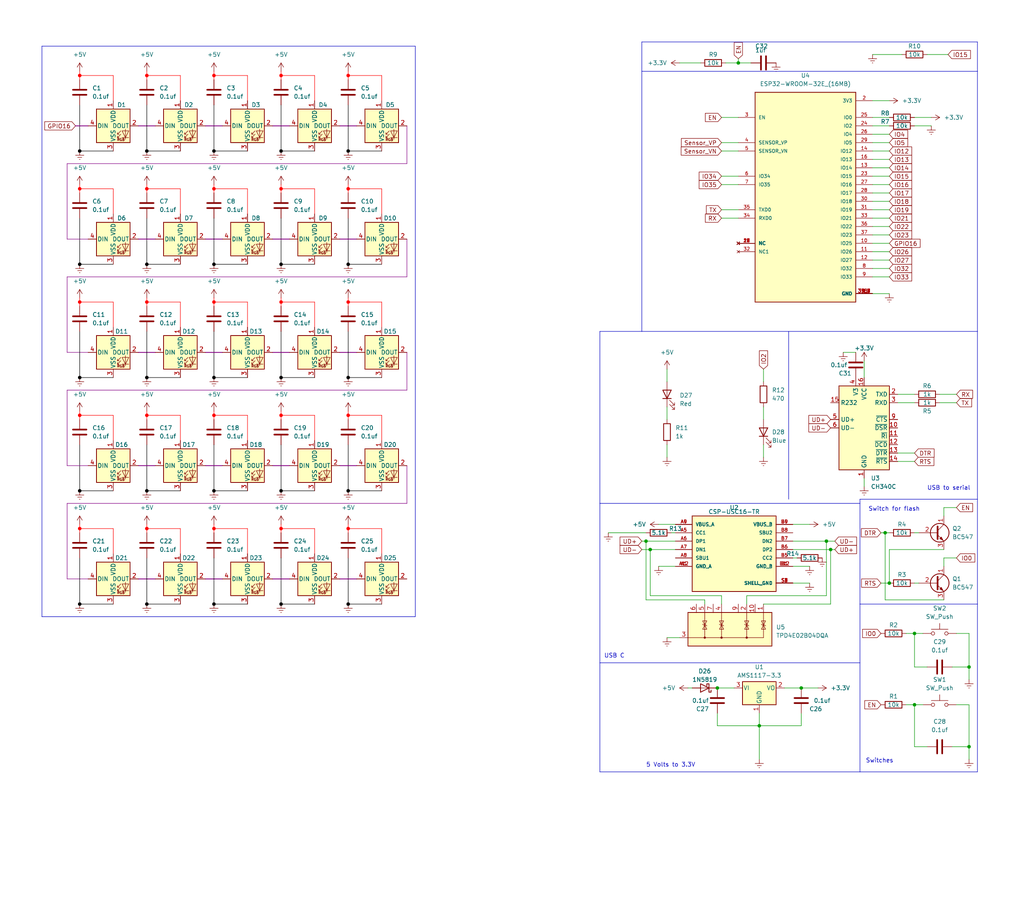
<source format=kicad_sch>
(kicad_sch (version 20230121) (generator eeschema)
  (paper "User" 310.007 279.4)
  (title_block (title "ESP32-LED Test") (date "28.01.23") (rev "1") (company "Coniass"))
  (junction (at 64.77 91.44) (color 255 0 0 1))
  (junction (at 267.97 161.29))
  (junction (at 24.13 182.88) (color 0 0 0 1))
  (junction (at 105.41 45.72) (color 0 0 0 1))
  (junction (at 229.87 219.71))
  (junction (at 85.09 160.02) (color 255 0 0 1))
  (junction (at 24.13 125.73) (color 255 0 0 1))
  (junction (at 276.86 191.77))
  (junction (at 44.45 148.59) (color 0 0 0 1))
  (junction (at 105.41 114.3) (color 0 0 0 1))
  (junction (at 269.24 176.53))
  (junction (at 44.45 80.01) (color 0 0 0 1))
  (junction (at 44.45 114.3) (color 0 0 0 1))
  (junction (at 242.57 208.28))
  (junction (at 105.41 80.01) (color 0 0 0 1))
  (junction (at 293.37 201.93))
  (junction (at 85.09 80.01) (color 0 0 0 1))
  (junction (at 105.41 148.59) (color 0 0 0 1))
  (junction (at 44.45 57.15) (color 255 0 0 1))
  (junction (at 24.13 91.44) (color 255 0 0 1))
  (junction (at 105.41 182.88) (color 0 0 0 1))
  (junction (at 250.19 163.83))
  (junction (at 44.45 182.88) (color 0 0 0 1))
  (junction (at 293.37 226.06))
  (junction (at 24.13 114.3) (color 0 0 0 1))
  (junction (at 24.13 80.01) (color 0 0 0 1))
  (junction (at 85.09 114.3) (color 0 0 0 1))
  (junction (at 44.45 160.02) (color 255 0 0 1))
  (junction (at 105.41 22.86) (color 255 0 0 1))
  (junction (at 196.85 166.37))
  (junction (at 217.17 208.28))
  (junction (at 105.41 91.44) (color 255 0 0 1))
  (junction (at 64.77 22.86) (color 255 0 0 1))
  (junction (at 85.09 125.73) (color 255 0 0 1))
  (junction (at 24.13 45.72) (color 0 0 0 1))
  (junction (at 85.09 57.15) (color 255 0 0 1))
  (junction (at 64.77 125.73) (color 255 0 0 1))
  (junction (at 64.77 148.59) (color 0 0 0 1))
  (junction (at 85.09 91.44) (color 255 0 0 1))
  (junction (at 64.77 57.15) (color 255 0 0 1))
  (junction (at 24.13 148.59) (color 0 0 0 1))
  (junction (at 195.58 163.83))
  (junction (at 105.41 57.15) (color 255 0 0 1))
  (junction (at 44.45 125.73) (color 255 0 0 1))
  (junction (at 44.45 45.72) (color 0 0 0 1))
  (junction (at 105.41 125.73) (color 255 0 0 1))
  (junction (at 64.77 45.72) (color 0 0 0 1))
  (junction (at 24.13 160.02) (color 255 0 0 1))
  (junction (at 64.77 160.02) (color 255 0 0 1))
  (junction (at 44.45 22.86) (color 255 0 0 1))
  (junction (at 223.52 19.05))
  (junction (at 24.13 22.86) (color 255 0 0 1))
  (junction (at 251.46 166.37))
  (junction (at 85.09 45.72) (color 0 0 0 1))
  (junction (at 24.13 57.15) (color 255 0 0 1))
  (junction (at 64.77 182.88) (color 0 0 0 1))
  (junction (at 105.41 160.02) (color 255 0 0 1))
  (junction (at 44.45 91.44) (color 255 0 0 1))
  (junction (at 85.09 148.59) (color 0 0 0 1))
  (junction (at 64.77 114.3) (color 0 0 0 1))
  (junction (at 276.86 213.36))
  (junction (at 64.77 80.01) (color 0 0 0 1))
  (junction (at 85.09 22.86) (color 255 0 0 1))
  (junction (at 85.09 182.88) (color 0 0 0 1))
  (wire (pts (xy 218.44 182.88) (xy 218.44 180.34)))
  (wire (pts (xy 64.77 66.04) (xy 64.77 80.01)) (stroke (width 0) (color 0 0 0 1)))
  (wire (pts (xy 44.45 168.91) (xy 44.45 182.88)) (stroke (width 0) (color 0 0 0 1)))
  (wire (pts (xy 20.32 140.97) (xy 26.67 140.97)) (stroke (width 0) (color 132 0 132 1)))
  (wire (pts (xy 212.09 19.05) (xy 205.74 19.05)))
  (wire (pts (xy 85.09 182.88) (xy 95.25 182.88)) (stroke (width 0) (color 0 0 0 1)))
  (wire (pts (xy 44.45 160.02) (xy 54.61 160.02)) (stroke (width 0) (color 255 0 0 1)))
  (wire (pts (xy 218.44 55.88) (xy 223.52 55.88)))
  (wire (pts (xy 264.16 35.56) (xy 269.24 35.56)))
  (wire (pts (xy 280.67 16.51) (xy 287.02 16.51)))
  (wire (pts (xy 24.13 114.3) (xy 34.29 114.3)) (stroke (width 0) (color 0 0 0 1)))
  (wire (pts (xy 264.16 76.2) (xy 269.24 76.2)))
  (wire (pts (xy 229.87 219.71) (xy 229.87 215.9)))
  (wire (pts (xy 217.17 219.71) (xy 229.87 219.71)))
  (wire (pts (xy 24.13 57.15) (xy 24.13 58.42)) (stroke (width 0) (color 255 0 0 1)))
  (wire (pts (xy 44.45 91.44) (xy 44.45 92.71)) (stroke (width 0) (color 255 0 0 1)))
  (wire (pts (xy 115.57 125.73) (xy 115.57 133.35)) (stroke (width 0) (color 255 0 0 1)))
  (wire (pts (xy 123.19 83.82) (xy 20.32 83.82)) (stroke (width 0) (color 132 0 132 1)))
  (wire (pts (xy 247.65 208.28) (xy 242.57 208.28)))
  (polyline (pts (xy 260.35 152.4) (xy 181.61 152.4)))
  (wire (pts (xy 85.09 91.44) (xy 95.25 91.44)) (stroke (width 0) (color 255 0 0 1)))
  (wire (pts (xy 85.09 45.72) (xy 95.25 45.72)) (stroke (width 0) (color 0 0 0 1)))
  (wire (pts (xy 20.32 175.26) (xy 26.67 175.26)) (stroke (width 0) (color 132 0 132 1)))
  (wire (pts (xy 105.41 125.73) (xy 105.41 127)) (stroke (width 0) (color 255 0 0 1)))
  (wire (pts (xy 264.16 78.74) (xy 269.24 78.74)))
  (wire (pts (xy 82.55 38.1) (xy 87.63 38.1)) (stroke (width 0.25) (color 132 0 132 1)))
  (polyline (pts (xy 295.91 21.59) (xy 295.91 100.33)))
  (wire (pts (xy 64.77 80.01) (xy 74.93 80.01)) (stroke (width 0) (color 0 0 0 1)))
  (polyline (pts (xy 194.31 12.7) (xy 295.91 12.7)))
  (wire (pts (xy 264.16 30.48) (xy 269.24 30.48)))
  (polyline (pts (xy 295.91 12.7) (xy 295.91 21.59)))
  (wire (pts (xy 293.37 191.77) (xy 293.37 201.93)))
  (wire (pts (xy 102.87 140.97) (xy 107.95 140.97)) (stroke (width 0.25) (color 132 0 132 1)))
  (wire (pts (xy 85.09 22.86) (xy 95.25 22.86)) (stroke (width 0) (color 255 0 0 1)))
  (wire (pts (xy 264.16 48.26) (xy 269.24 48.26)))
  (wire (pts (xy 64.77 91.44) (xy 74.93 91.44)) (stroke (width 0) (color 255 0 0 1)))
  (wire (pts (xy 266.7 161.29) (xy 267.97 161.29)))
  (wire (pts (xy 123.19 49.53) (xy 20.32 49.53)) (stroke (width 0) (color 132 0 132 1)))
  (wire (pts (xy 105.41 158.75) (xy 105.41 160.02)) (stroke (width 0) (color 255 0 0 1)))
  (wire (pts (xy 123.19 140.97) (xy 123.19 152.4)) (stroke (width 0) (color 132 0 132 1)))
  (wire (pts (xy 85.09 114.3) (xy 95.25 114.3)) (stroke (width 0) (color 0 0 0 1)))
  (wire (pts (xy 22.86 38.1) (xy 26.67 38.1)) (stroke (width 0.25) (color 132 0 132 1)))
  (wire (pts (xy 229.87 229.87) (xy 229.87 219.71)))
  (polyline (pts (xy 295.91 151.13) (xy 295.91 182.88)))
  (wire (pts (xy 264.16 63.5) (xy 269.24 63.5)))
  (wire (pts (xy 95.25 57.15) (xy 95.25 64.77)) (stroke (width 0) (color 255 0 0 1)))
  (wire (pts (xy 24.13 22.86) (xy 24.13 24.13)) (stroke (width 0) (color 255 0 0 1)))
  (wire (pts (xy 213.36 181.61) (xy 195.58 181.61)))
  (wire (pts (xy 64.77 90.17) (xy 64.77 91.44)) (stroke (width 0) (color 255 0 0 1)))
  (polyline (pts (xy 260.35 233.68) (xy 295.91 233.68)))
  (wire (pts (xy 199.39 158.75) (xy 204.47 158.75)))
  (wire (pts (xy 105.41 168.91) (xy 105.41 182.88)) (stroke (width 0) (color 0 0 0 1)))
  (wire (pts (xy 284.48 121.92) (xy 289.56 121.92)))
  (wire (pts (xy 24.13 160.02) (xy 34.29 160.02)) (stroke (width 0) (color 255 0 0 1)))
  (wire (pts (xy 20.32 118.11) (xy 20.32 140.97)) (stroke (width 0) (color 132 0 132 1)))
  (wire (pts (xy 289.56 191.77) (xy 293.37 191.77)))
  (wire (pts (xy 105.41 125.73) (xy 115.57 125.73)) (stroke (width 0) (color 255 0 0 1)))
  (wire (pts (xy 54.61 91.44) (xy 54.61 99.06)) (stroke (width 0) (color 255 0 0 1)))
  (wire (pts (xy 85.09 91.44) (xy 85.09 92.71)) (stroke (width 0) (color 255 0 0 1)))
  (wire (pts (xy 62.23 175.26) (xy 67.31 175.26)) (stroke (width 0.25) (color 132 0 132 1)))
  (wire (pts (xy 251.46 166.37) (xy 251.46 182.88)))
  (wire (pts (xy 20.32 72.39) (xy 26.67 72.39)) (stroke (width 0) (color 132 0 132 1)))
  (wire (pts (xy 208.28 208.28) (xy 209.55 208.28)))
  (wire (pts (xy 105.41 22.86) (xy 105.41 24.13)) (stroke (width 0) (color 255 0 0 1)))
  (wire (pts (xy 24.13 80.01) (xy 34.29 80.01)) (stroke (width 0) (color 0 0 0 1)))
  (wire (pts (xy 271.78 137.16) (xy 276.86 137.16)))
  (wire (pts (xy 276.86 213.36) (xy 279.4 213.36)))
  (wire (pts (xy 250.19 163.83) (xy 252.73 163.83)))
  (wire (pts (xy 64.77 22.86) (xy 64.77 24.13)) (stroke (width 0) (color 255 0 0 1)))
  (wire (pts (xy 218.44 43.18) (xy 223.52 43.18)))
  (wire (pts (xy 54.61 22.86) (xy 54.61 30.48)) (stroke (width 0) (color 255 0 0 1)))
  (wire (pts (xy 44.45 57.15) (xy 54.61 57.15)) (stroke (width 0) (color 255 0 0 1)))
  (wire (pts (xy 44.45 125.73) (xy 44.45 127)) (stroke (width 0) (color 255 0 0 1)))
  (wire (pts (xy 240.03 168.91) (xy 241.3 168.91)))
  (wire (pts (xy 218.44 66.04) (xy 223.52 66.04)))
  (wire (pts (xy 44.45 160.02) (xy 44.45 161.29)) (stroke (width 0) (color 255 0 0 1)))
  (wire (pts (xy 85.09 80.01) (xy 95.25 80.01)) (stroke (width 0) (color 0 0 0 1)))
  (wire (pts (xy 105.41 21.59) (xy 105.41 22.86)) (stroke (width 0) (color 255 0 0 1)))
  (polyline (pts (xy 181.61 200.66) (xy 181.61 233.68)))
  (wire (pts (xy 201.93 134.62) (xy 201.93 138.43)))
  (wire (pts (xy 44.45 91.44) (xy 54.61 91.44)) (stroke (width 0) (color 255 0 0 1)))
  (wire (pts (xy 231.14 182.88) (xy 251.46 182.88)))
  (wire (pts (xy 64.77 55.88) (xy 64.77 57.15)) (stroke (width 0) (color 255 0 0 1)))
  (wire (pts (xy 105.41 91.44) (xy 115.57 91.44)) (stroke (width 0) (color 255 0 0 1)))
  (wire (pts (xy 41.91 175.26) (xy 46.99 175.26)) (stroke (width 0.25) (color 132 0 132 1)))
  (wire (pts (xy 289.56 213.36) (xy 293.37 213.36)))
  (wire (pts (xy 284.48 119.38) (xy 289.56 119.38)))
  (polyline (pts (xy 194.31 21.59) (xy 194.31 12.7)))
  (wire (pts (xy 285.75 171.45) (xy 285.75 168.91)))
  (wire (pts (xy 20.32 106.68) (xy 26.67 106.68)) (stroke (width 0) (color 132 0 132 1)))
  (wire (pts (xy 261.62 109.22) (xy 261.62 114.3)))
  (wire (pts (xy 240.03 171.45) (xy 245.11 171.45)))
  (wire (pts (xy 105.41 124.46) (xy 105.41 125.73)) (stroke (width 0) (color 255 0 0 1)))
  (wire (pts (xy 194.31 163.83) (xy 195.58 163.83)))
  (wire (pts (xy 85.09 160.02) (xy 85.09 161.29)) (stroke (width 0) (color 255 0 0 1)))
  (wire (pts (xy 105.41 55.88) (xy 105.41 57.15)) (stroke (width 0) (color 255 0 0 1)))
  (wire (pts (xy 293.37 213.36) (xy 293.37 226.06)))
  (wire (pts (xy 44.45 134.62) (xy 44.45 148.59)) (stroke (width 0) (color 0 0 0 1)))
  (wire (pts (xy 85.09 90.17) (xy 85.09 91.44)) (stroke (width 0) (color 255 0 0 1)))
  (wire (pts (xy 195.58 163.83) (xy 195.58 181.61)))
  (wire (pts (xy 276.86 38.1) (xy 281.94 38.1)))
  (wire (pts (xy 105.41 100.33) (xy 105.41 114.3)) (stroke (width 0) (color 0 0 0 1)))
  (wire (pts (xy 276.86 191.77) (xy 279.4 191.77)))
  (wire (pts (xy 105.41 80.01) (xy 115.57 80.01)) (stroke (width 0) (color 0 0 0 1)))
  (wire (pts (xy 201.93 193.04) (xy 205.74 193.04)))
  (wire (pts (xy 280.67 226.06) (xy 276.86 226.06)))
  (wire (pts (xy 264.16 68.58) (xy 269.24 68.58)))
  (wire (pts (xy 44.45 148.59) (xy 54.61 148.59)) (stroke (width 0) (color 0 0 0 1)))
  (wire (pts (xy 266.7 176.53) (xy 269.24 176.53)))
  (polyline (pts (xy 238.76 100.33) (xy 238.76 151.13)))
  (wire (pts (xy 102.87 175.26) (xy 107.95 175.26)) (stroke (width 0.25) (color 132 0 132 1)))
  (polyline (pts (xy 260.35 151.13) (xy 295.91 151.13)))
  (wire (pts (xy 24.13 160.02) (xy 24.13 161.29)) (stroke (width 0) (color 255 0 0 1)))
  (wire (pts (xy 264.16 66.04) (xy 269.24 66.04)))
  (wire (pts (xy 264.16 83.82) (xy 269.24 83.82)))
  (wire (pts (xy 41.91 106.68) (xy 46.99 106.68)) (stroke (width 0.25) (color 132 0 132 1)))
  (wire (pts (xy 196.85 180.34) (xy 218.44 180.34)))
  (wire (pts (xy 34.29 22.86) (xy 34.29 30.48)) (stroke (width 0) (color 255 0 0 1)))
  (polyline (pts (xy 260.35 233.68) (xy 181.61 233.68)))
  (wire (pts (xy 85.09 124.46) (xy 85.09 125.73)) (stroke (width 0) (color 255 0 0 1)))
  (wire (pts (xy 44.45 45.72) (xy 54.61 45.72)) (stroke (width 0) (color 0 0 0 1)))
  (wire (pts (xy 240.03 166.37) (xy 251.46 166.37)))
  (wire (pts (xy 276.86 201.93) (xy 280.67 201.93)))
  (wire (pts (xy 82.55 140.97) (xy 87.63 140.97)) (stroke (width 0.25) (color 132 0 132 1)))
  (wire (pts (xy 105.41 57.15) (xy 105.41 58.42)) (stroke (width 0) (color 255 0 0 1)))
  (wire (pts (xy 102.87 106.68) (xy 107.95 106.68)) (stroke (width 0.25) (color 132 0 132 1)))
  (wire (pts (xy 24.13 66.04) (xy 24.13 80.01)) (stroke (width 0) (color 0 0 0 1)))
  (wire (pts (xy 74.93 160.02) (xy 74.93 167.64)) (stroke (width 0) (color 255 0 0 1)))
  (wire (pts (xy 105.41 114.3) (xy 115.57 114.3)) (stroke (width 0) (color 0 0 0 1)))
  (wire (pts (xy 54.61 57.15) (xy 54.61 64.77)) (stroke (width 0) (color 255 0 0 1)))
  (wire (pts (xy 44.45 182.88) (xy 54.61 182.88)) (stroke (width 0) (color 0 0 0 1)))
  (wire (pts (xy 44.45 21.59) (xy 44.45 22.86)) (stroke (width 0) (color 255 0 0 1)))
  (polyline (pts (xy 260.35 182.88) (xy 260.35 151.13)))
  (polyline (pts (xy 194.31 100.33) (xy 194.31 21.59)))
  (wire (pts (xy 115.57 91.44) (xy 115.57 99.06)) (stroke (width 0) (color 255 0 0 1)))
  (wire (pts (xy 293.37 201.93) (xy 293.37 205.74)))
  (wire (pts (xy 264.16 55.88) (xy 269.24 55.88)))
  (wire (pts (xy 54.61 160.02) (xy 54.61 167.64)) (stroke (width 0) (color 255 0 0 1)))
  (wire (pts (xy 123.19 38.1) (xy 123.19 49.53)) (stroke (width 0) (color 132 0 132 1)))
  (wire (pts (xy 195.58 163.83) (xy 204.47 163.83)))
  (wire (pts (xy 24.13 158.75) (xy 24.13 160.02)) (stroke (width 0) (color 255 0 0 1)))
  (wire (pts (xy 85.09 125.73) (xy 95.25 125.73)) (stroke (width 0) (color 255 0 0 1)))
  (wire (pts (xy 264.16 88.9) (xy 269.24 88.9)))
  (wire (pts (xy 285.75 153.67) (xy 289.56 153.67)))
  (wire (pts (xy 123.19 118.11) (xy 20.32 118.11)) (stroke (width 0) (color 132 0 132 1)))
  (wire (pts (xy 105.41 182.88) (xy 115.57 182.88)) (stroke (width 0) (color 0 0 0 1)))
  (wire (pts (xy 85.09 21.59) (xy 85.09 22.86)) (stroke (width 0) (color 255 0 0 1)))
  (wire (pts (xy 240.03 163.83) (xy 250.19 163.83)))
  (wire (pts (xy 223.52 19.05) (xy 227.33 19.05)))
  (wire (pts (xy 64.77 160.02) (xy 64.77 161.29)) (stroke (width 0) (color 255 0 0 1)))
  (wire (pts (xy 264.16 73.66) (xy 269.24 73.66)))
  (wire (pts (xy 24.13 57.15) (xy 34.29 57.15)) (stroke (width 0) (color 255 0 0 1)))
  (wire (pts (xy 105.41 91.44) (xy 105.41 92.71)) (stroke (width 0) (color 255 0 0 1)))
  (wire (pts (xy 264.16 50.8) (xy 269.24 50.8)))
  (wire (pts (xy 44.45 31.75) (xy 44.45 45.72)) (stroke (width 0) (color 0 0 0 1)))
  (wire (pts (xy 285.75 166.37) (xy 269.24 166.37)))
  (wire (pts (xy 64.77 182.88) (xy 74.93 182.88)) (stroke (width 0) (color 0 0 0 1)))
  (wire (pts (xy 199.39 171.45) (xy 204.47 171.45)))
  (wire (pts (xy 250.19 163.83) (xy 250.19 180.34)))
  (wire (pts (xy 242.57 208.28) (xy 237.49 208.28)))
  (wire (pts (xy 85.09 22.86) (xy 85.09 24.13)) (stroke (width 0) (color 255 0 0 1)))
  (wire (pts (xy 264.16 81.28) (xy 269.24 81.28)))
  (wire (pts (xy 242.57 215.9) (xy 242.57 219.71)))
  (wire (pts (xy 271.78 119.38) (xy 276.86 119.38)))
  (wire (pts (xy 85.09 160.02) (xy 95.25 160.02)) (stroke (width 0) (color 255 0 0 1)))
  (wire (pts (xy 20.32 152.4) (xy 20.32 175.26)) (stroke (width 0) (color 132 0 132 1)))
  (wire (pts (xy 64.77 57.15) (xy 74.93 57.15)) (stroke (width 0) (color 255 0 0 1)))
  (wire (pts (xy 231.14 134.62) (xy 231.14 138.43)))
  (polyline (pts (xy 181.61 200.66) (xy 260.35 200.66)))
  (wire (pts (xy 85.09 134.62) (xy 85.09 148.59)) (stroke (width 0) (color 0 0 0 1)))
  (wire (pts (xy 64.77 148.59) (xy 74.93 148.59)) (stroke (width 0) (color 0 0 0 1)))
  (wire (pts (xy 64.77 100.33) (xy 64.77 114.3)) (stroke (width 0) (color 0 0 0 1)))
  (wire (pts (xy 123.19 106.68) (xy 123.19 118.11)) (stroke (width 0) (color 132 0 132 1)))
  (wire (pts (xy 240.03 176.53) (xy 245.11 176.53)))
  (polyline (pts (xy 295.91 233.68) (xy 295.91 182.88)))
  (wire (pts (xy 44.45 124.46) (xy 44.45 125.73)) (stroke (width 0) (color 255 0 0 1)))
  (wire (pts (xy 44.45 55.88) (xy 44.45 57.15)) (stroke (width 0) (color 255 0 0 1)))
  (wire (pts (xy 64.77 125.73) (xy 74.93 125.73)) (stroke (width 0) (color 255 0 0 1)))
  (wire (pts (xy 218.44 45.72) (xy 223.52 45.72)))
  (wire (pts (xy 20.32 83.82) (xy 20.32 106.68)) (stroke (width 0) (color 132 0 132 1)))
  (wire (pts (xy 123.19 152.4) (xy 20.32 152.4)) (stroke (width 0) (color 132 0 132 1)))
  (wire (pts (xy 54.61 125.73) (xy 54.61 133.35)) (stroke (width 0) (color 255 0 0 1)))
  (wire (pts (xy 219.71 19.05) (xy 223.52 19.05)))
  (wire (pts (xy 64.77 160.02) (xy 74.93 160.02)) (stroke (width 0) (color 255 0 0 1)))
  (wire (pts (xy 24.13 134.62) (xy 24.13 148.59)) (stroke (width 0) (color 0 0 0 1)))
  (wire (pts (xy 231.14 123.19) (xy 231.14 127)))
  (wire (pts (xy 74.93 91.44) (xy 74.93 99.06)) (stroke (width 0) (color 255 0 0 1)))
  (wire (pts (xy 95.25 125.73) (xy 95.25 133.35)) (stroke (width 0) (color 255 0 0 1)))
  (wire (pts (xy 85.09 57.15) (xy 95.25 57.15)) (stroke (width 0) (color 255 0 0 1)))
  (wire (pts (xy 64.77 158.75) (xy 64.77 160.02)) (stroke (width 0) (color 255 0 0 1)))
  (wire (pts (xy 201.93 111.76) (xy 201.93 115.57)))
  (wire (pts (xy 82.55 106.68) (xy 87.63 106.68)) (stroke (width 0.25) (color 132 0 132 1)))
  (wire (pts (xy 269.24 166.37) (xy 269.24 176.53)))
  (wire (pts (xy 255.27 106.68) (xy 259.08 106.68)))
  (wire (pts (xy 85.09 57.15) (xy 85.09 58.42)) (stroke (width 0) (color 255 0 0 1)))
  (wire (pts (xy 34.29 57.15) (xy 34.29 64.77)) (stroke (width 0) (color 255 0 0 1)))
  (wire (pts (xy 217.17 215.9) (xy 217.17 219.71)))
  (wire (pts (xy 276.86 161.29) (xy 278.13 161.29)))
  (wire (pts (xy 203.2 161.29) (xy 204.47 161.29)))
  (wire (pts (xy 34.29 125.73) (xy 34.29 133.35)) (stroke (width 0) (color 255 0 0 1)))
  (wire (pts (xy 231.14 111.76) (xy 231.14 115.57)))
  (wire (pts (xy 24.13 21.59) (xy 24.13 22.86)) (stroke (width 0) (color 255 0 0 1)))
  (wire (pts (xy 64.77 114.3) (xy 74.93 114.3)) (stroke (width 0) (color 0 0 0 1)))
  (polyline (pts (xy 260.35 182.88) (xy 260.35 233.68)))
  (wire (pts (xy 264.16 45.72) (xy 269.24 45.72)))
  (wire (pts (xy 276.86 191.77) (xy 276.86 201.93)))
  (wire (pts (xy 226.06 180.34) (xy 250.19 180.34)))
  (wire (pts (xy 218.44 35.56) (xy 223.52 35.56)))
  (wire (pts (xy 213.36 182.88) (xy 213.36 181.61)))
  (wire (pts (xy 24.13 125.73) (xy 34.29 125.73)) (stroke (width 0) (color 255 0 0 1)))
  (wire (pts (xy 95.25 160.02) (xy 95.25 167.64)) (stroke (width 0) (color 255 0 0 1)))
  (polyline (pts (xy 125.73 13.97) (xy 125.73 186.69)))
  (wire (pts (xy 226.06 182.88) (xy 226.06 180.34)))
  (wire (pts (xy 85.09 66.04) (xy 85.09 80.01)) (stroke (width 0) (color 0 0 0 1)))
  (wire (pts (xy 196.85 180.34) (xy 196.85 166.37)))
  (wire (pts (xy 264.16 40.64) (xy 269.24 40.64)))
  (polyline (pts (xy 181.61 152.4) (xy 181.61 100.33)))
  (wire (pts (xy 271.78 139.7) (xy 276.86 139.7)))
  (wire (pts (xy 194.31 166.37) (xy 196.85 166.37)))
  (wire (pts (xy 184.15 161.29) (xy 195.58 161.29)))
  (wire (pts (xy 24.13 124.46) (xy 24.13 125.73)) (stroke (width 0) (color 255 0 0 1)))
  (wire (pts (xy 105.41 160.02) (xy 105.41 161.29)) (stroke (width 0) (color 255 0 0 1)))
  (wire (pts (xy 62.23 72.39) (xy 67.31 72.39)) (stroke (width 0.25) (color 132 0 132 1)))
  (wire (pts (xy 85.09 31.75) (xy 85.09 45.72)) (stroke (width 0) (color 0 0 0 1)))
  (wire (pts (xy 218.44 53.34) (xy 223.52 53.34)))
  (wire (pts (xy 115.57 57.15) (xy 115.57 64.77)) (stroke (width 0) (color 255 0 0 1)))
  (polyline (pts (xy 194.31 100.33) (xy 295.91 100.33)))
  (wire (pts (xy 34.29 160.02) (xy 34.29 167.64)) (stroke (width 0) (color 255 0 0 1)))
  (wire (pts (xy 105.41 148.59) (xy 115.57 148.59)) (stroke (width 0) (color 0 0 0 1)))
  (wire (pts (xy 276.86 176.53) (xy 278.13 176.53)))
  (wire (pts (xy 85.09 100.33) (xy 85.09 114.3)) (stroke (width 0) (color 0 0 0 1)))
  (wire (pts (xy 264.16 43.18) (xy 269.24 43.18)))
  (wire (pts (xy 285.75 168.91) (xy 289.56 168.91)))
  (wire (pts (xy 201.93 123.19) (xy 201.93 127)))
  (wire (pts (xy 115.57 160.02) (xy 115.57 167.64)) (stroke (width 0) (color 255 0 0 1)))
  (wire (pts (xy 41.91 140.97) (xy 46.99 140.97)) (stroke (width 0.25) (color 132 0 132 1)))
  (wire (pts (xy 267.97 161.29) (xy 267.97 181.61)))
  (wire (pts (xy 85.09 158.75) (xy 85.09 160.02)) (stroke (width 0) (color 255 0 0 1)))
  (wire (pts (xy 64.77 125.73) (xy 64.77 127)) (stroke (width 0) (color 255 0 0 1)))
  (wire (pts (xy 264.16 58.42) (xy 269.24 58.42)))
  (wire (pts (xy 276.86 35.56) (xy 281.94 35.56)))
  (wire (pts (xy 44.45 90.17) (xy 44.45 91.44)) (stroke (width 0) (color 255 0 0 1)))
  (wire (pts (xy 64.77 45.72) (xy 74.93 45.72)) (stroke (width 0) (color 0 0 0 1)))
  (wire (pts (xy 288.29 201.93) (xy 293.37 201.93)))
  (wire (pts (xy 105.41 31.75) (xy 105.41 45.72)) (stroke (width 0) (color 0 0 0 1)))
  (wire (pts (xy 115.57 22.86) (xy 115.57 30.48)) (stroke (width 0) (color 255 0 0 1)))
  (wire (pts (xy 82.55 72.39) (xy 87.63 72.39)) (stroke (width 0.25) (color 132 0 132 1)))
  (wire (pts (xy 20.32 49.53) (xy 20.32 72.39)) (stroke (width 0) (color 132 0 132 1)))
  (wire (pts (xy 251.46 166.37) (xy 252.73 166.37)))
  (polyline (pts (xy 12.7 13.97) (xy 125.73 13.97)))
  (wire (pts (xy 24.13 91.44) (xy 24.13 92.71)) (stroke (width 0) (color 255 0 0 1)))
  (wire (pts (xy 44.45 125.73) (xy 54.61 125.73)) (stroke (width 0) (color 255 0 0 1)))
  (wire (pts (xy 82.55 175.26) (xy 87.63 175.26)) (stroke (width 0.25) (color 132 0 132 1)))
  (wire (pts (xy 196.85 166.37) (xy 204.47 166.37)))
  (wire (pts (xy 276.86 226.06) (xy 276.86 213.36)))
  (wire (pts (xy 74.93 125.73) (xy 74.93 133.35)) (stroke (width 0) (color 255 0 0 1)))
  (wire (pts (xy 24.13 125.73) (xy 24.13 127)) (stroke (width 0) (color 255 0 0 1)))
  (polyline (pts (xy 125.73 186.69) (xy 12.7 186.69)))
  (wire (pts (xy 240.03 158.75) (xy 245.11 158.75)))
  (wire (pts (xy 34.29 91.44) (xy 34.29 99.06)) (stroke (width 0) (color 255 0 0 1)))
  (polyline (pts (xy 194.31 21.59) (xy 295.91 21.59)))
  (wire (pts (xy 62.23 38.1) (xy 67.31 38.1)) (stroke (width 0.25) (color 132 0 132 1)))
  (wire (pts (xy 102.87 72.39) (xy 107.95 72.39)) (stroke (width 0.25) (color 132 0 132 1)))
  (wire (pts (xy 62.23 106.68) (xy 67.31 106.68)) (stroke (width 0.25) (color 132 0 132 1)))
  (wire (pts (xy 85.09 148.59) (xy 95.25 148.59)) (stroke (width 0) (color 0 0 0 1)))
  (wire (pts (xy 64.77 91.44) (xy 64.77 92.71)) (stroke (width 0) (color 255 0 0 1)))
  (polyline (pts (xy 181.61 152.4) (xy 181.61 200.66)))
  (wire (pts (xy 41.91 38.1) (xy 46.99 38.1)) (stroke (width 0.25) (color 132 0 132 1)))
  (wire (pts (xy 261.62 144.78) (xy 261.62 147.32)))
  (wire (pts (xy 102.87 38.1) (xy 107.95 38.1)) (stroke (width 0.25) (color 132 0 132 1)))
  (wire (pts (xy 85.09 125.73) (xy 85.09 127)) (stroke (width 0) (color 255 0 0 1)))
  (wire (pts (xy 64.77 57.15) (xy 64.77 58.42)) (stroke (width 0) (color 255 0 0 1)))
  (wire (pts (xy 62.23 140.97) (xy 67.31 140.97)) (stroke (width 0.25) (color 132 0 132 1)))
  (wire (pts (xy 123.19 72.39) (xy 123.19 83.82)) (stroke (width 0) (color 132 0 132 1)))
  (wire (pts (xy 95.25 22.86) (xy 95.25 30.48)) (stroke (width 0) (color 255 0 0 1)))
  (wire (pts (xy 44.45 57.15) (xy 44.45 58.42)) (stroke (width 0) (color 255 0 0 1)))
  (wire (pts (xy 288.29 226.06) (xy 293.37 226.06)))
  (wire (pts (xy 74.93 22.86) (xy 74.93 30.48)) (stroke (width 0) (color 255 0 0 1)))
  (wire (pts (xy 44.45 22.86) (xy 54.61 22.86)) (stroke (width 0) (color 255 0 0 1)))
  (wire (pts (xy 64.77 31.75) (xy 64.77 45.72)) (stroke (width 0) (color 0 0 0 1)))
  (wire (pts (xy 64.77 134.62) (xy 64.77 148.59)) (stroke (width 0) (color 0 0 0 1)))
  (wire (pts (xy 44.45 80.01) (xy 54.61 80.01)) (stroke (width 0) (color 0 0 0 1)))
  (wire (pts (xy 24.13 168.91) (xy 24.13 182.88)) (stroke (width 0) (color 0 0 0 1)))
  (wire (pts (xy 41.91 72.39) (xy 46.99 72.39)) (stroke (width 0.25) (color 132 0 132 1)))
  (wire (pts (xy 24.13 182.88) (xy 34.29 182.88)) (stroke (width 0) (color 0 0 0 1)))
  (wire (pts (xy 223.52 17.78) (xy 223.52 19.05)))
  (wire (pts (xy 24.13 55.88) (xy 24.13 57.15)) (stroke (width 0) (color 255 0 0 1)))
  (wire (pts (xy 267.97 161.29) (xy 269.24 161.29)))
  (wire (pts (xy 24.13 31.75) (xy 24.13 45.72)) (stroke (width 0) (color 0 0 0 1)))
  (wire (pts (xy 105.41 160.02) (xy 115.57 160.02)) (stroke (width 0) (color 255 0 0 1)))
  (wire (pts (xy 85.09 168.91) (xy 85.09 182.88)) (stroke (width 0) (color 0 0 0 1)))
  (wire (pts (xy 105.41 66.04) (xy 105.41 80.01)) (stroke (width 0) (color 0 0 0 1)))
  (polyline (pts (xy 12.7 186.69) (xy 12.7 13.97)))
  (wire (pts (xy 264.16 53.34) (xy 269.24 53.34)))
  (wire (pts (xy 44.45 158.75) (xy 44.45 160.02)) (stroke (width 0) (color 255 0 0 1)))
  (wire (pts (xy 24.13 22.86) (xy 34.29 22.86)) (stroke (width 0) (color 255 0 0 1)))
  (wire (pts (xy 264.16 16.51) (xy 273.05 16.51)))
  (wire (pts (xy 44.45 100.33) (xy 44.45 114.3)) (stroke (width 0) (color 0 0 0 1)))
  (wire (pts (xy 285.75 181.61) (xy 267.97 181.61)))
  (wire (pts (xy 64.77 21.59) (xy 64.77 22.86)) (stroke (width 0) (color 255 0 0 1)))
  (polyline (pts (xy 295.91 182.88) (xy 260.35 182.88)))
  (wire (pts (xy 271.78 121.92) (xy 276.86 121.92)))
  (wire (pts (xy 64.77 168.91) (xy 64.77 182.88)) (stroke (width 0) (color 0 0 0 1)))
  (wire (pts (xy 264.16 38.1) (xy 269.24 38.1)))
  (wire (pts (xy 24.13 45.72) (xy 34.29 45.72)) (stroke (width 0) (color 0 0 0 1)))
  (wire (pts (xy 44.45 22.86) (xy 44.45 24.13)) (stroke (width 0) (color 255 0 0 1)))
  (wire (pts (xy 44.45 114.3) (xy 54.61 114.3)) (stroke (width 0) (color 0 0 0 1)))
  (wire (pts (xy 274.32 191.77) (xy 276.86 191.77)))
  (polyline (pts (xy 295.91 100.33) (xy 295.91 151.13)))
  (wire (pts (xy 105.41 22.86) (xy 115.57 22.86)) (stroke (width 0) (color 255 0 0 1)))
  (wire (pts (xy 44.45 66.04) (xy 44.45 80.01)) (stroke (width 0) (color 0 0 0 1)))
  (wire (pts (xy 74.93 57.15) (xy 74.93 64.77)) (stroke (width 0) (color 255 0 0 1)))
  (wire (pts (xy 105.41 45.72) (xy 115.57 45.72)) (stroke (width 0) (color 0 0 0 1)))
  (wire (pts (xy 24.13 100.33) (xy 24.13 114.3)) (stroke (width 0) (color 0 0 0 1)))
  (wire (pts (xy 293.37 226.06) (xy 293.37 229.87)))
  (wire (pts (xy 222.25 208.28) (xy 217.17 208.28)))
  (wire (pts (xy 264.16 71.12) (xy 269.24 71.12)))
  (wire (pts (xy 105.41 90.17) (xy 105.41 91.44)) (stroke (width 0) (color 255 0 0 1)))
  (wire (pts (xy 95.25 91.44) (xy 95.25 99.06)) (stroke (width 0) (color 255 0 0 1)))
  (polyline (pts (xy 181.61 100.33) (xy 194.31 100.33)))
  (wire (pts (xy 264.16 60.96) (xy 269.24 60.96)))
  (wire (pts (xy 285.75 156.21) (xy 285.75 153.67)))
  (wire (pts (xy 105.41 57.15) (xy 115.57 57.15)) (stroke (width 0) (color 255 0 0 1)))
  (wire (pts (xy 242.57 219.71) (xy 229.87 219.71)))
  (wire (pts (xy 64.77 22.86) (xy 74.93 22.86)) (stroke (width 0) (color 255 0 0 1)))
  (wire (pts (xy 105.41 134.62) (xy 105.41 148.59)) (stroke (width 0) (color 0 0 0 1)))
  (wire (pts (xy 64.77 124.46) (xy 64.77 125.73)) (stroke (width 0) (color 255 0 0 1)))
  (wire (pts (xy 24.13 90.17) (xy 24.13 91.44)) (stroke (width 0) (color 255 0 0 1)))
  (wire (pts (xy 85.09 55.88) (xy 85.09 57.15)) (stroke (width 0) (color 255 0 0 1)))
  (wire (pts (xy 218.44 63.5) (xy 223.52 63.5)))
  (wire (pts (xy 24.13 148.59) (xy 34.29 148.59)) (stroke (width 0) (color 0 0 0 1)))
  (wire (pts (xy 24.13 91.44) (xy 34.29 91.44)) (stroke (width 0) (color 255 0 0 1)))
  (wire (pts (xy 274.32 213.36) (xy 276.86 213.36)))
  (text "5 Volts to 3.3V\n" (at 195.58 232.41 0) (effects (font (size 1.27 1.27)) (justify left bottom)))
  (text "Switch for flash" (at 262.89 154.94 0) (effects (font (size 1.27 1.27)) (justify left bottom)))
  (text "USB C\n" (at 182.88 199.39 0) (effects (font (size 1.27 1.27)) (justify left bottom)))
  (text "USB to serial " (at 280.67 148.59 0) (effects (font (size 1.27 1.27)) (justify left bottom)))
  (text "Switches\n" (at 270.51 231.14 0) (effects (font (size 1.27 1.27)) (justify right bottom)))
  (global_label "UD+" (shape input) (at 194.31 163.83 180) (property "Intersheetrefs" "${INTERSHEET_REFS}" (effects hide)))
  (global_label "EN" (shape input) (at 223.52 17.78 90) (property "Intersheetrefs" "${INTERSHEET_REFS}" (effects hide)))
  (global_label "UD-" (shape input) (at 194.31 166.37 180) (property "Intersheetrefs" "${INTERSHEET_REFS}" (effects hide)))
  (global_label "IO16" (shape input) (at 269.24 55.88 0) (property "Intersheetrefs" "${INTERSHEET_REFS}" (effects hide)))
  (global_label "GPIO16" (shape input) (at 22.86 38.1 180) (property "Intersheetrefs" "${INTERSHEET_REFS}" (effects hide)))
  (global_label "EN" (shape input) (at 266.7 213.36 180) (property "Intersheetrefs" "${INTERSHEET_REFS}" (effects hide)))
  (global_label "IO22" (shape input) (at 269.24 68.58 0) (property "Intersheetrefs" "${INTERSHEET_REFS}" (effects hide)))
  (global_label "IO17" (shape input) (at 269.24 58.42 0) (property "Intersheetrefs" "${INTERSHEET_REFS}" (effects hide)))
  (global_label "IO18" (shape input) (at 269.24 60.96 0) (property "Intersheetrefs" "${INTERSHEET_REFS}" (effects hide)))
  (global_label "UD+" (shape input) (at 252.73 166.37 0) (property "Intersheetrefs" "${INTERSHEET_REFS}" (effects hide)))
  (global_label "RX" (shape input) (at 218.44 66.04 180) (property "Intersheetrefs" "${INTERSHEET_REFS}" (effects hide)))
  (global_label "IO34" (shape input) (at 218.44 53.34 180) (property "Intersheetrefs" "${INTERSHEET_REFS}" (effects hide)))
  (global_label "IO21" (shape input) (at 269.24 66.04 0) (property "Intersheetrefs" "${INTERSHEET_REFS}" (effects hide)))
  (global_label "IO33" (shape input) (at 269.24 83.82 0) (property "Intersheetrefs" "${INTERSHEET_REFS}" (effects hide)))
  (global_label "IO26" (shape input) (at 269.24 76.2 0) (property "Intersheetrefs" "${INTERSHEET_REFS}" (effects hide)))
  (global_label "IO23" (shape input) (at 269.24 71.12 0) (property "Intersheetrefs" "${INTERSHEET_REFS}" (effects hide)))
  (global_label "TX" (shape input) (at 289.56 121.92 0) (property "Intersheetrefs" "${INTERSHEET_REFS}" (effects hide)))
  (global_label "TX" (shape input) (at 218.44 63.5 180) (property "Intersheetrefs" "${INTERSHEET_REFS}" (effects hide)))
  (global_label "IO27" (shape input) (at 269.24 78.74 0) (property "Intersheetrefs" "${INTERSHEET_REFS}" (effects hide)))
  (global_label "IO32" (shape input) (at 269.24 81.28 0) (property "Intersheetrefs" "${INTERSHEET_REFS}" (effects hide)))
  (global_label "EN" (shape input) (at 289.56 153.67 0) (property "Intersheetrefs" "${INTERSHEET_REFS}" (effects hide)))
  (global_label "IO13" (shape input) (at 269.24 48.26 0) (property "Intersheetrefs" "${INTERSHEET_REFS}" (effects hide)))
  (global_label "Sensor_VP" (shape input) (at 218.44 43.18 180) (property "Intersheetrefs" "${INTERSHEET_REFS}" (effects hide)))
  (global_label "EN" (shape input) (at 218.44 35.56 180) (property "Intersheetrefs" "${INTERSHEET_REFS}" (effects hide)))
  (global_label "RTS" (shape input) (at 266.7 176.53 180) (property "Intersheetrefs" "${INTERSHEET_REFS}" (effects hide)))
  (global_label "Sensor_VN" (shape input) (at 218.44 45.72 180) (property "Intersheetrefs" "${INTERSHEET_REFS}" (effects hide)))
  (global_label "IO2" (shape input) (at 231.14 111.76 90) (property "Intersheetrefs" "${INTERSHEET_REFS}" (effects hide)))
  (global_label "IO35" (shape input) (at 218.44 55.88 180) (property "Intersheetrefs" "${INTERSHEET_REFS}" (effects hide)))
  (global_label "UD+" (shape input) (at 251.46 127 180) (property "Intersheetrefs" "${INTERSHEET_REFS}" (effects hide)))
  (global_label "RX" (shape input) (at 289.56 119.38 0) (property "Intersheetrefs" "${INTERSHEET_REFS}" (effects hide)))
  (global_label "IO15" (shape input) (at 269.24 53.34 0) (property "Intersheetrefs" "${INTERSHEET_REFS}" (effects hide)))
  (global_label "IO0" (shape input) (at 289.56 168.91 0) (property "Intersheetrefs" "${INTERSHEET_REFS}" (effects hide)))
  (global_label "UD-" (shape input) (at 251.46 129.54 180) (property "Intersheetrefs" "${INTERSHEET_REFS}" (effects hide)))
  (global_label "DTR" (shape input) (at 266.7 161.29 180) (property "Intersheetrefs" "${INTERSHEET_REFS}" (effects hide)))
  (global_label "UD-" (shape input) (at 252.73 163.83 0) (property "Intersheetrefs" "${INTERSHEET_REFS}" (effects hide)))
  (global_label "IO12" (shape input) (at 269.24 45.72 0) (property "Intersheetrefs" "${INTERSHEET_REFS}" (effects hide)))
  (global_label "IO0" (shape input) (at 266.7 191.77 180) (property "Intersheetrefs" "${INTERSHEET_REFS}" (effects hide)))
  (global_label "IO15" (shape input) (at 287.02 16.51 0) (property "Intersheetrefs" "${INTERSHEET_REFS}" (effects hide)))
  (global_label "DTR" (shape input) (at 276.86 137.16 0) (property "Intersheetrefs" "${INTERSHEET_REFS}" (effects hide)))
  (global_label "IO14" (shape input) (at 269.24 50.8 0) (property "Intersheetrefs" "${INTERSHEET_REFS}" (effects hide)))
  (global_label "GPIO16" (shape input) (at 269.24 73.66 0) (property "Intersheetrefs" "${INTERSHEET_REFS}" (effects hide)))
  (global_label "IO19" (shape input) (at 269.24 63.5 0) (property "Intersheetrefs" "${INTERSHEET_REFS}" (effects hide)))
  (global_label "RTS" (shape input) (at 276.86 139.7 0) (property "Intersheetrefs" "${INTERSHEET_REFS}" (effects hide)))
  (global_label "IO4" (shape input) (at 269.24 40.64 0) (property "Intersheetrefs" "${INTERSHEET_REFS}" (effects hide)))
  (global_label "IO5" (shape input) (at 269.24 43.18 0) (property "Intersheetrefs" "${INTERSHEET_REFS}" (effects hide)))
  (symbol (lib_id "Transistor_BJT:BC547") (at 283.21 161.29 0) (unit 1)
    (property "Reference" "Q2" (at 288.29 160.0199 0) (effects (justify left)))
    (property "Value" "BC547" (at 288.29 162.5599 0) (effects (justify left)))
    (property "Footprint" "Package_TO_SOT_SMD:TSOT-23" (effects hide))
    (property "Datasheet" "https://www.onsemi.com/pub/Collateral/BC550-D.pdf" (effects hide))
  )
  (symbol (lib_id "Device:C") (at 217.17 212.09 180) (unit 1)
    (property "Reference" "C27" (at 214.63 214.63 0) (effects (justify left)))
    (property "Value" "0.1uf" (at 214.63 212.09 0) (effects (justify left)))
    (property "Footprint" "Capacitor_SMD:C_0805_2012Metric" (effects hide))
  )
  (symbol (lib_id "LED:WS2812B") (at 74.93 72.39 0) (unit 1)
    (property "Reference" "D8" (at 77.47 66.04 0))
    (property "Value" "WS2812B" (effects hide))
    (property "Footprint" "LED_SMD:LED_WS2812B_PLCC4_5.0x5.0mm_P3.2mm" (effects hide))
    (property "Datasheet" "https://cdn-shop.adafruit.com/datasheets/WS2812B.pdf" (effects hide))
  )
  (symbol (lib_id "power:Earth") (at 85.09 148.59 0) (unit 1)
    (property "Reference" "#PWR0131" (effects hide))
    (property "Value" "Earth" (effects hide))
  )
  (symbol (lib_id "Device:C") (at 44.45 130.81 0) (unit 1)
    (property "Reference" "C17" (at 48.26 129.5399 0) (effects (justify left)))
    (property "Value" "0.1uf" (at 48.26 132.0799 0) (effects (justify left)))
    (property "Footprint" "Cap:Cap" (effects hide))
  )
  (symbol (lib_id "CSP-USC16-TR:CSP-USC16-TR") (at 222.25 168.91 0) (unit 1)
    (property "Reference" "U2" (at 222.25 153.67 0))
    (property "Value" "CSP-USC16-TR" (at 222.25 154.94 0))
    (property "Footprint" "VALCON_CSP-USC16-TR" (effects hide))
    (property "STANDARD" "Manufacturer Recommendations" (effects hide))
    (property "MANUFACTURER" "Valcon" (effects hide))
    (property "PARTREV" "A0" (effects hide))
    (property "MAXIMUM_PACKAGE_HEIGHT" "3.26 mm" (effects hide))
  )
  (symbol (lib_id "LED:WS2812B") (at 34.29 175.26 0) (unit 1)
    (property "Reference" "D21" (at 36.83 168.91 0))
    (property "Value" "WS2812B" (effects hide))
    (property "Footprint" "LED_SMD:LED_WS2812B_PLCC4_5.0x5.0mm_P3.2mm" (effects hide))
    (property "Datasheet" "https://cdn-shop.adafruit.com/datasheets/WS2812B.pdf" (effects hide))
  )
  (symbol (lib_id "LED:WS2812B") (at 95.25 140.97 0) (unit 1)
    (property "Reference" "D19" (at 97.79 134.62 0))
    (property "Value" "WS2812B" (effects hide))
    (property "Footprint" "LED_SMD:LED_WS2812B_PLCC4_5.0x5.0mm_P3.2mm" (effects hide))
    (property "Datasheet" "https://cdn-shop.adafruit.com/datasheets/WS2812B.pdf" (effects hide))
  )
  (symbol (lib_id "power:Earth") (at 44.45 182.88 0) (unit 1)
    (property "Reference" "#PWR0140" (effects hide))
    (property "Value" "Earth" (effects hide))
  )
  (symbol (lib_id "LED:WS2812B") (at 115.57 175.26 0) (unit 1)
    (property "Reference" "D25" (at 118.11 168.91 0))
    (property "Value" "WS2812B" (effects hide))
    (property "Footprint" "LED_SMD:LED_WS2812B_PLCC4_5.0x5.0mm_P3.2mm" (effects hide))
    (property "Datasheet" "https://cdn-shop.adafruit.com/datasheets/WS2812B.pdf" (effects hide))
  )
  (symbol (lib_id "power:Earth") (at 105.41 114.3 0) (unit 1)
    (property "Reference" "#PWR0146" (effects hide))
    (property "Value" "Earth" (effects hide))
  )
  (symbol (lib_id "power:+5V") (at 44.45 21.59 0) (unit 1)
    (property "Reference" "#PWR0112" (effects hide))
    (property "Value" "+5V" (at 44.45 16.51 0))
  )
  (symbol (lib_id "power:Earth") (at 199.39 171.45 0) (unit 1)
    (property "Reference" "#PWR0161" (effects hide))
    (property "Value" "Earth" (effects hide))
  )
  (symbol (lib_id "Device:C") (at 105.41 27.94 0) (unit 1)
    (property "Reference" "C5" (at 109.22 26.6699 0) (effects (justify left)))
    (property "Value" "0.1uf" (at 109.22 29.2099 0) (effects (justify left)))
    (property "Footprint" "Cap:Cap" (effects hide))
  )
  (symbol (lib_id "LED:WS2812B") (at 74.93 106.68 0) (unit 1)
    (property "Reference" "D13" (at 77.47 100.33 0))
    (property "Value" "WS2812B" (effects hide))
    (property "Footprint" "LED_SMD:LED_WS2812B_PLCC4_5.0x5.0mm_P3.2mm" (effects hide))
    (property "Datasheet" "https://cdn-shop.adafruit.com/datasheets/WS2812B.pdf" (effects hide))
  )
  (symbol (lib_id "power:+5V") (at 201.93 111.76 0) (unit 1)
    (property "Reference" "#PWR0170" (effects hide))
    (property "Value" "+5V" (at 201.93 106.68 0))
  )
  (symbol (lib_id "power:+5V") (at 85.09 158.75 0) (unit 1)
    (property "Reference" "#PWR0133" (effects hide))
    (property "Value" "+5V" (at 85.09 153.67 0))
  )
  (symbol (lib_id "power:+5V") (at 44.45 90.17 0) (unit 1)
    (property "Reference" "#PWR0106" (effects hide))
    (property "Value" "+5V" (at 44.45 85.09 0))
  )
  (symbol (lib_id "Device:R") (at 273.05 35.56 90) (unit 1)
    (property "Reference" "R8" (at 267.97 34.29 90))
    (property "Value" "10k" (at 273.05 35.56 90))
    (property "Footprint" "Resistor_SMD:R_0805_2012Metric" (effects hide))
  )
  (symbol (lib_id "LED:WS2812B") (at 34.29 38.1 0) (unit 1)
    (property "Reference" "D1" (at 36.83 31.75 0))
    (property "Value" "WS2812B" (effects hide))
    (property "Footprint" "LED_SMD:LED_WS2812B_PLCC4_5.0x5.0mm_P3.2mm" (effects hide))
    (property "Datasheet" "https://cdn-shop.adafruit.com/datasheets/WS2812B.pdf" (effects hide))
  )
  (symbol (lib_name "Earth_3") (lib_id "power:Earth") (at 201.93 193.04 0) (unit 1)
    (property "Reference" "#PWR04" (effects hide))
    (property "Value" "Earth" (effects hide))
  )
  (symbol (lib_id "Switch:SW_Push") (at 284.48 213.36 0) (unit 1)
    (property "Reference" "SW1" (at 284.48 205.74 0))
    (property "Value" "SW_Push" (at 284.48 208.28 0))
    (property "Footprint" "Button_Switch_SMD:SW_SPST_B3U-1000P" (effects hide))
  )
  (symbol (lib_id "LED:WS2812B") (at 95.25 106.68 0) (unit 1)
    (property "Reference" "D14" (at 97.79 100.33 0))
    (property "Value" "WS2812B" (effects hide))
    (property "Footprint" "LED_SMD:LED_WS2812B_PLCC4_5.0x5.0mm_P3.2mm" (effects hide))
    (property "Datasheet" "https://cdn-shop.adafruit.com/datasheets/WS2812B.pdf" (effects hide))
  )
  (symbol (lib_id "power:Earth") (at 293.37 205.74 0) (unit 1)
    (property "Reference" "#PWR0152" (effects hide))
    (property "Value" "Earth" (effects hide))
  )
  (symbol (lib_id "Device:C") (at 105.41 96.52 0) (unit 1)
    (property "Reference" "C15" (at 109.22 95.2499 0) (effects (justify left)))
    (property "Value" "0.1uf" (at 109.22 97.7899 0) (effects (justify left)))
    (property "Footprint" "Cap:Cap" (effects hide))
  )
  (symbol (lib_id "LED:WS2812B") (at 95.25 175.26 0) (unit 1)
    (property "Reference" "D24" (at 97.79 168.91 0))
    (property "Value" "WS2812B" (effects hide))
    (property "Footprint" "LED_SMD:LED_WS2812B_PLCC4_5.0x5.0mm_P3.2mm" (effects hide))
    (property "Datasheet" "https://cdn-shop.adafruit.com/datasheets/WS2812B.pdf" (effects hide))
  )
  (symbol (lib_id "power:+5V") (at 24.13 21.59 0) (unit 1)
    (property "Reference" "#PWR0109" (effects hide))
    (property "Value" "+5V" (at 24.13 16.51 0))
  )
  (symbol (lib_id "power:Earth") (at 105.41 80.01 0) (unit 1)
    (property "Reference" "#PWR0125" (effects hide))
    (property "Value" "Earth" (effects hide))
  )
  (symbol (lib_id "power:Earth") (at 44.45 148.59 0) (unit 1)
    (property "Reference" "#PWR0138" (effects hide))
    (property "Value" "Earth" (effects hide))
  )
  (symbol (lib_id "Device:LED") (at 231.14 130.81 90) (unit 1)
    (property "Reference" "D28" (at 233.68 130.81 90) (effects (justify right)))
    (property "Value" "Blue" (at 233.68 133.35 90) (effects (justify right)))
    (property "Footprint" "LED_SMD:LED_0805_2012Metric" (effects hide))
  )
  (symbol (lib_id "Device:C") (at 284.48 226.06 90) (unit 1)
    (property "Reference" "C28" (at 284.48 218.44 90))
    (property "Value" "0.1uf" (at 284.48 220.98 90))
    (property "Footprint" "Capacitor_SMD:C_0805_2012Metric" (effects hide))
  )
  (symbol (lib_id "power:+3.3V") (at 205.74 19.05 90) (unit 1)
    (property "Reference" "#PWR0163" (effects hide))
    (property "Value" "+3.3V" (at 201.93 19.0499 90) (effects (justify left)))
  )
  (symbol (lib_id "power:Earth") (at 264.16 16.51 0) (unit 1)
    (property "Reference" "#PWR0162" (effects hide))
    (property "Value" "Earth" (effects hide))
  )
  (symbol (lib_id "power:Earth") (at 24.13 80.01 0) (unit 1)
    (property "Reference" "#PWR0101" (effects hide))
    (property "Value" "Earth" (effects hide))
  )
  (symbol (lib_id "power:Earth") (at 64.77 45.72 0) (unit 1)
    (property "Reference" "#PWR0108" (effects hide))
    (property "Value" "Earth" (effects hide))
  )
  (symbol (lib_id "LED:WS2812B") (at 115.57 106.68 0) (unit 1)
    (property "Reference" "D15" (at 118.11 100.33 0))
    (property "Value" "WS2812B" (effects hide))
    (property "Footprint" "LED_SMD:LED_WS2812B_PLCC4_5.0x5.0mm_P3.2mm" (effects hide))
    (property "Datasheet" "https://cdn-shop.adafruit.com/datasheets/WS2812B.pdf" (effects hide))
  )
  (symbol (lib_id "power:+5V") (at 105.41 124.46 0) (unit 1)
    (property "Reference" "#PWR0145" (effects hide))
    (property "Value" "+5V" (at 105.41 119.38 0))
  )
  (symbol (lib_id "power:Earth") (at 24.13 45.72 0) (unit 1)
    (property "Reference" "#PWR0111" (effects hide))
    (property "Value" "Earth" (effects hide))
  )
  (symbol (lib_id "power:+5V") (at 105.41 21.59 0) (unit 1)
    (property "Reference" "#PWR0113" (effects hide))
    (property "Value" "+5V" (at 105.41 16.51 0))
  )
  (symbol (lib_id "power:Earth") (at 85.09 114.3 0) (unit 1)
    (property "Reference" "#PWR0144" (effects hide))
    (property "Value" "Earth" (effects hide))
  )
  (symbol (lib_id "power:+5V") (at 64.77 90.17 0) (unit 1)
    (property "Reference" "#PWR0122" (effects hide))
    (property "Value" "+5V" (at 64.77 85.09 0))
  )
  (symbol (lib_id "Device:C") (at 105.41 130.81 0) (unit 1)
    (property "Reference" "C20" (at 109.22 129.5399 0) (effects (justify left)))
    (property "Value" "0.1uf" (at 109.22 132.0799 0) (effects (justify left)))
    (property "Footprint" "Cap:Cap" (effects hide))
  )
  (symbol (lib_id "power:Earth") (at 234.95 19.05 0) (unit 1)
    (property "Reference" "#PWR03" (effects hide))
    (property "Value" "Earth" (effects hide))
  )
  (symbol (lib_id "power:Earth") (at 245.11 176.53 0) (unit 1)
    (property "Reference" "#PWR0158" (effects hide))
    (property "Value" "Earth" (effects hide))
  )
  (symbol (lib_id "power:+5V") (at 24.13 55.88 0) (unit 1)
    (property "Reference" "#PWR0103" (effects hide))
    (property "Value" "+5V" (at 24.13 50.8 0))
  )
  (symbol (lib_id "power:+5V") (at 199.39 158.75 90) (unit 1)
    (property "Reference" "#PWR0157" (effects hide))
    (property "Value" "+5V" (at 195.58 158.7499 90) (effects (justify left)))
  )
  (symbol (lib_id "LED:WS2812B") (at 74.93 175.26 0) (unit 1)
    (property "Reference" "D23" (at 77.47 168.91 0))
    (property "Value" "WS2812B" (effects hide))
    (property "Footprint" "LED_SMD:LED_WS2812B_PLCC4_5.0x5.0mm_P3.2mm" (effects hide))
    (property "Datasheet" "https://cdn-shop.adafruit.com/datasheets/WS2812B.pdf" (effects hide))
  )
  (symbol (lib_id "LED:WS2812B") (at 54.61 175.26 0) (unit 1)
    (property "Reference" "D22" (at 57.15 168.91 0))
    (property "Value" "WS2812B" (effects hide))
    (property "Footprint" "LED_SMD:LED_WS2812B_PLCC4_5.0x5.0mm_P3.2mm" (effects hide))
    (property "Datasheet" "https://cdn-shop.adafruit.com/datasheets/WS2812B.pdf" (effects hide))
  )
  (symbol (lib_id "LED:WS2812B") (at 95.25 38.1 0) (unit 1)
    (property "Reference" "D4" (at 97.79 31.75 0))
    (property "Value" "WS2812B" (effects hide))
    (property "Footprint" "LED_SMD:LED_WS2812B_PLCC4_5.0x5.0mm_P3.2mm" (effects hide))
    (property "Datasheet" "https://cdn-shop.adafruit.com/datasheets/WS2812B.pdf" (effects hide))
  )
  (symbol (lib_id "power:+5V") (at 64.77 21.59 0) (unit 1)
    (property "Reference" "#PWR0110" (effects hide))
    (property "Value" "+5V" (at 64.77 16.51 0))
  )
  (symbol (lib_id "power:+5V") (at 85.09 124.46 0) (unit 1)
    (property "Reference" "#PWR0143" (effects hide))
    (property "Value" "+5V" (at 85.09 119.38 0))
  )
  (symbol (lib_id "power:+5V") (at 85.09 55.88 0) (unit 1)
    (property "Reference" "#PWR0118" (effects hide))
    (property "Value" "+5V" (at 85.09 50.8 0))
  )
  (symbol (lib_id "Device:C") (at 64.77 62.23 0) (unit 1)
    (property "Reference" "C8" (at 68.58 60.9599 0) (effects (justify left)))
    (property "Value" "0.1uf" (at 68.58 63.4999 0) (effects (justify left)))
    (property "Footprint" "Cap:Cap" (effects hide))
  )
  (symbol (lib_id "Device:LED") (at 201.93 119.38 90) (unit 1)
    (property "Reference" "D27" (at 205.74 119.6974 90) (effects (justify right)))
    (property "Value" "Red" (at 205.74 122.2374 90) (effects (justify right)))
    (property "Footprint" "LED_SMD:LED_0805_2012Metric" (effects hide))
  )
  (symbol (lib_id "Device:C") (at 44.45 96.52 0) (unit 1)
    (property "Reference" "C12" (at 48.26 95.2499 0) (effects (justify left)))
    (property "Value" "0.1uf" (at 48.26 97.7899 0) (effects (justify left)))
    (property "Footprint" "Cap:Cap" (effects hide))
  )
  (symbol (lib_id "Device:C") (at 24.13 165.1 0) (unit 1)
    (property "Reference" "C21" (at 27.94 163.8299 0) (effects (justify left)))
    (property "Value" "0.1uf" (at 27.94 166.3699 0) (effects (justify left)))
    (property "Footprint" "Cap:Cap" (effects hide))
  )
  (symbol (lib_id "Device:R") (at 201.93 130.81 0) (unit 1)
    (property "Reference" "R11" (at 204.47 129.5399 0) (effects (justify left)))
    (property "Value" "1k" (at 204.47 132.0799 0) (effects (justify left)))
    (property "Footprint" "Resistor_SMD:R_0805_2012Metric" (effects hide))
  )
  (symbol (lib_id "Device:C") (at 24.13 130.81 0) (unit 1)
    (property "Reference" "C16" (at 27.94 129.5399 0) (effects (justify left)))
    (property "Value" "0.1uf" (at 27.94 132.0799 0) (effects (justify left)))
    (property "Footprint" "Cap:Cap" (effects hide))
  )
  (symbol (lib_id "Device:C") (at 44.45 62.23 0) (unit 1)
    (property "Reference" "C7" (at 48.26 60.9599 0) (effects (justify left)))
    (property "Value" "0.1uf" (at 48.26 63.4999 0) (effects (justify left)))
    (property "Footprint" "Cap:Cap" (effects hide))
  )
  (symbol (lib_id "Switch:SW_Push") (at 284.48 191.77 0) (unit 1)
    (property "Reference" "SW2" (at 284.48 184.15 0))
    (property "Value" "SW_Push" (at 284.48 186.69 0))
    (property "Footprint" "Button_Switch_SMD:SW_SPST_B3U-1000P" (effects hide))
  )
  (symbol (lib_id "power:+3.3V") (at 281.94 35.56 270) (unit 1)
    (property "Reference" "#PWR0167" (effects hide))
    (property "Value" "+3.3V" (at 285.75 35.5599 90) (effects (justify left)))
  )
  (symbol (lib_id "power:+5V") (at 85.09 21.59 0) (unit 1)
    (property "Reference" "#PWR0114" (effects hide))
    (property "Value" "+5V" (at 85.09 16.51 0))
  )
  (symbol (lib_id "power:Earth") (at 105.41 45.72 0) (unit 1)
    (property "Reference" "#PWR0115" (effects hide))
    (property "Value" "Earth" (effects hide))
  )
  (symbol (lib_id "power:Earth") (at 293.37 229.87 0) (unit 1)
    (property "Reference" "#PWR0151" (effects hide))
    (property "Value" "Earth" (effects hide))
  )
  (symbol (lib_id "Diode:1N5819") (at 213.36 208.28 180) (unit 1)
    (property "Reference" "D26" (at 213.36 203.2 0))
    (property "Value" "1N5819" (at 213.36 205.74 0))
    (property "Footprint" "Diode_SMD:D_SOD-323_HandSoldering" (effects hide))
    (property "Datasheet" "http://www.vishay.com/docs/88525/1n5817.pdf" (effects hide))
  )
  (symbol (lib_id "power:Earth") (at 231.14 138.43 0) (unit 1)
    (property "Reference" "#PWR0172" (effects hide))
    (property "Value" "Earth" (effects hide))
  )
  (symbol (lib_id "power:Earth") (at 24.13 148.59 0) (unit 1)
    (property "Reference" "#PWR0139" (effects hide))
    (property "Value" "Earth" (effects hide))
  )
  (symbol (lib_id "power:Earth") (at 64.77 114.3 0) (unit 1)
    (property "Reference" "#PWR0126" (effects hide))
    (property "Value" "Earth" (effects hide))
  )
  (symbol (lib_id "power:+5V") (at 105.41 158.75 0) (unit 1)
    (property "Reference" "#PWR0129" (effects hide))
    (property "Value" "+5V" (at 105.41 153.67 0))
  )
  (symbol (lib_id "Device:R") (at 270.51 191.77 90) (unit 1)
    (property "Reference" "R2" (at 270.51 189.23 90))
    (property "Value" "10k" (at 270.51 191.77 90))
    (property "Footprint" "Resistor_SMD:R_0805_2012Metric" (effects hide))
  )
  (symbol (lib_id "power:+5V") (at 64.77 158.75 0) (unit 1)
    (property "Reference" "#PWR0132" (effects hide))
    (property "Value" "+5V" (at 64.77 153.67 0))
  )
  (symbol (lib_id "power:Earth") (at 245.11 171.45 0) (unit 1)
    (property "Reference" "#PWR0159" (effects hide))
    (property "Value" "Earth" (effects hide))
  )
  (symbol (lib_id "power:Earth") (at 269.24 88.9 0) (unit 1)
    (property "Reference" "#PWR0153" (effects hide))
    (property "Value" "Earth" (effects hide))
  )
  (symbol (lib_id "power:+5V") (at 208.28 208.28 90) (unit 1)
    (property "Reference" "#PWR0156" (effects hide))
    (property "Value" "+5V" (at 204.47 208.2801 90) (effects (justify left)))
  )
  (symbol (lib_id "power:Earth") (at 85.09 80.01 0) (unit 1)
    (property "Reference" "#PWR0121" (effects hide))
    (property "Value" "Earth" (effects hide))
  )
  (symbol (lib_id "power:+5V") (at 24.13 124.46 0) (unit 1)
    (property "Reference" "#PWR0147" (effects hide))
    (property "Value" "+5V" (at 24.13 119.38 0))
  )
  (symbol (lib_id "Device:C") (at 85.09 27.94 0) (unit 1)
    (property "Reference" "C4" (at 88.9 26.6699 0) (effects (justify left)))
    (property "Value" "0.1uf" (at 88.9 29.2099 0) (effects (justify left)))
    (property "Footprint" "Cap:Cap" (effects hide))
  )
  (symbol (lib_id "power:+5V") (at 105.41 90.17 0) (unit 1)
    (property "Reference" "#PWR0124" (effects hide))
    (property "Value" "+5V" (at 105.41 85.09 0))
  )
  (symbol (lib_id "Device:C") (at 85.09 130.81 0) (unit 1)
    (property "Reference" "C19" (at 88.9 129.5399 0) (effects (justify left)))
    (property "Value" "0.1uf" (at 88.9 132.0799 0) (effects (justify left)))
    (property "Footprint" "Cap:Cap" (effects hide))
  )
  (symbol (lib_id "Device:R") (at 245.11 168.91 90) (unit 1)
    (property "Reference" "R14" (at 240.03 167.64 90))
    (property "Value" "5.1k" (at 245.11 168.91 90))
    (property "Footprint" "Resistor_SMD:R_0805_2012Metric" (effects hide))
  )
  (symbol (lib_id "power:Earth") (at 24.13 114.3 0) (unit 1)
    (property "Reference" "#PWR0148" (effects hide))
    (property "Value" "Earth" (effects hide))
  )
  (symbol (lib_id "Device:C") (at 64.77 96.52 0) (unit 1)
    (property "Reference" "C13" (at 68.58 95.2499 0) (effects (justify left)))
    (property "Value" "0.1uf" (at 68.58 97.7899 0) (effects (justify left)))
    (property "Footprint" "Cap:Cap" (effects hide))
  )
  (symbol (lib_id "power:Earth") (at 201.93 138.43 0) (unit 1)
    (property "Reference" "#PWR0171" (effects hide))
    (property "Value" "Earth" (effects hide))
  )
  (symbol (lib_id "power:Earth") (at 64.77 80.01 0) (unit 1)
    (property "Reference" "#PWR0123" (effects hide))
    (property "Value" "Earth" (effects hide))
  )
  (symbol (lib_id "power:Earth") (at 64.77 182.88 0) (unit 1)
    (property "Reference" "#PWR0135" (effects hide))
    (property "Value" "Earth" (effects hide))
  )
  (symbol (lib_id "Device:C") (at 85.09 96.52 0) (unit 1)
    (property "Reference" "C14" (at 88.9 95.2499 0) (effects (justify left)))
    (property "Value" "0.1uf" (at 88.9 97.7899 0) (effects (justify left)))
    (property "Footprint" "Cap:Cap" (effects hide))
  )
  (symbol (lib_id "LED:WS2812B") (at 74.93 140.97 0) (unit 1)
    (property "Reference" "D18" (at 77.47 134.62 0))
    (property "Value" "WS2812B" (effects hide))
    (property "Footprint" "LED_SMD:LED_WS2812B_PLCC4_5.0x5.0mm_P3.2mm" (effects hide))
    (property "Datasheet" "https://cdn-shop.adafruit.com/datasheets/WS2812B.pdf" (effects hide))
  )
  (symbol (lib_id "ESP32-WROOM-32E__16MB_:ESP32-WROOM-32E_(16MB)") (at 243.84 60.96 0) (unit 1)
    (property "Reference" "U4" (at 243.84 22.86 0))
    (property "Value" "ESP32-WROOM-32E_(16MB)" (at 243.84 25.4 0))
    (property "Footprint" "Compressed:XCVR_ESP32-WROOM-32E_(16MB)" (effects hide))
    (property "STANDARD" "Manufacturer Recommendations" (effects hide))
    (property "MANUFACTURER" "Espressif Systems" (effects hide))
    (property "PARTREV" "1.4" (effects hide))
    (property "MAXIMUM_PACKAGE_HEIGHT" "3.25mm" (effects hide))
  )
  (symbol (lib_id "power:+5V") (at 64.77 124.46 0) (unit 1)
    (property "Reference" "#PWR0127" (effects hide))
    (property "Value" "+5V" (at 64.77 119.38 0))
  )
  (symbol (lib_id "power:+5V") (at 64.77 55.88 0) (unit 1)
    (property "Reference" "#PWR0119" (effects hide))
    (property "Value" "+5V" (at 64.77 50.8 0))
  )
  (symbol (lib_id "power:Earth") (at 64.77 148.59 0) (unit 1)
    (property "Reference" "#PWR0134" (effects hide))
    (property "Value" "Earth" (effects hide))
  )
  (symbol (lib_id "Device:R") (at 276.86 16.51 90) (unit 1)
    (property "Reference" "R10" (at 276.86 13.97 90))
    (property "Value" "10k" (at 276.86 16.51 90))
    (property "Footprint" "Resistor_SMD:R_0805_2012Metric" (effects hide))
  )
  (symbol (lib_id "Device:C") (at 24.13 62.23 0) (unit 1)
    (property "Reference" "C6" (at 27.94 60.9599 0) (effects (justify left)))
    (property "Value" "0.1uf" (at 27.94 63.4999 0) (effects (justify left)))
    (property "Footprint" "Cap:Cap" (effects hide))
  )
  (symbol (lib_id "power:+3.3V") (at 261.62 109.22 0) (unit 1)
    (property "Reference" "#PWR01" (effects hide))
    (property "Value" "+3.3V" (at 261.62 105.41 0))
  )
  (symbol (lib_id "Transistor_BJT:BC547") (at 283.21 176.53 0) (unit 1)
    (property "Reference" "Q1" (at 288.29 175.2599 0) (effects (justify left)))
    (property "Value" "BC547" (at 288.29 177.7999 0) (effects (justify left)))
    (property "Footprint" "Package_TO_SOT_SMD:TSOT-23" (effects hide))
    (property "Datasheet" "https://www.onsemi.com/pub/Collateral/BC550-D.pdf" (effects hide))
  )
  (symbol (lib_id "LED:WS2812B") (at 54.61 38.1 0) (unit 1)
    (property "Reference" "D2" (at 57.15 31.75 0))
    (property "Value" "WS2812B" (effects hide))
    (property "Footprint" "LED_SMD:LED_WS2812B_PLCC4_5.0x5.0mm_P3.2mm" (effects hide))
    (property "Datasheet" "https://cdn-shop.adafruit.com/datasheets/WS2812B.pdf" (effects hide))
  )
  (symbol (lib_id "LED:WS2812B") (at 34.29 72.39 0) (unit 1)
    (property "Reference" "D6" (at 36.83 66.04 0))
    (property "Value" "WS2812B" (effects hide))
    (property "Footprint" "LED_SMD:LED_WS2812B_PLCC4_5.0x5.0mm_P3.2mm" (effects hide))
    (property "Datasheet" "https://cdn-shop.adafruit.com/datasheets/WS2812B.pdf" (effects hide))
  )
  (symbol (lib_id "power:Earth") (at 105.41 148.59 0) (unit 1)
    (property "Reference" "#PWR0128" (effects hide))
    (property "Value" "Earth" (effects hide))
  )
  (symbol (lib_name "Earth_1") (lib_id "power:Earth") (at 184.15 161.29 0) (unit 1)
    (property "Reference" "#PWR0165" (effects hide))
    (property "Value" "Earth" (effects hide))
  )
  (symbol (lib_id "Device:C") (at 44.45 165.1 0) (unit 1)
    (property "Reference" "C22" (at 48.26 163.8299 0) (effects (justify left)))
    (property "Value" "0.1uf" (at 48.26 166.3699 0) (effects (justify left)))
    (property "Footprint" "Cap:Cap" (effects hide))
  )
  (symbol (lib_id "Device:R") (at 231.14 119.38 0) (unit 1)
    (property "Reference" "R12" (at 233.68 118.1099 0) (effects (justify left)))
    (property "Value" "470" (at 233.68 120.6499 0) (effects (justify left)))
    (property "Footprint" "Resistor_SMD:R_0805_2012Metric" (effects hide))
  )
  (symbol (lib_id "power:+5V") (at 85.09 90.17 0) (unit 1)
    (property "Reference" "#PWR0120" (effects hide))
    (property "Value" "+5V" (at 85.09 85.09 0))
  )
  (symbol (lib_id "power:Earth") (at 24.13 182.88 0) (unit 1)
    (property "Reference" "#PWR0142" (effects hide))
    (property "Value" "Earth" (effects hide))
  )
  (symbol (lib_id "power:Earth") (at 85.09 45.72 0) (unit 1)
    (property "Reference" "#PWR0117" (effects hide))
    (property "Value" "Earth" (effects hide))
  )
  (symbol (lib_id "Device:C") (at 64.77 27.94 0) (unit 1)
    (property "Reference" "C3" (at 68.58 26.6699 0) (effects (justify left)))
    (property "Value" "0.1uf" (at 68.58 29.2099 0) (effects (justify left)))
    (property "Footprint" "Cap:Cap" (effects hide))
  )
  (symbol (lib_id "power:+5V") (at 44.45 55.88 0) (unit 1)
    (property "Reference" "#PWR0104" (effects hide))
    (property "Value" "+5V" (at 44.45 50.8 0))
  )
  (symbol (lib_id "Device:C") (at 64.77 130.81 0) (unit 1)
    (property "Reference" "C18" (at 68.58 129.5399 0) (effects (justify left)))
    (property "Value" "0.1uf" (at 68.58 132.0799 0) (effects (justify left)))
    (property "Footprint" "Cap:Cap" (effects hide))
  )
  (symbol (lib_id "power:Earth") (at 44.45 114.3 0) (unit 1)
    (property "Reference" "#PWR0150" (effects hide))
    (property "Value" "Earth" (effects hide))
  )
  (symbol (lib_id "Device:C") (at 85.09 165.1 0) (unit 1)
    (property "Reference" "C24" (at 88.9 163.8299 0) (effects (justify left)))
    (property "Value" "0.1uf" (at 88.9 166.3699 0) (effects (justify left)))
    (property "Footprint" "Cap:Cap" (effects hide))
  )
  (symbol (lib_id "Device:R") (at 215.9 19.05 90) (unit 1)
    (property "Reference" "R9" (at 215.9 16.51 90))
    (property "Value" "10k" (at 215.9 19.05 90))
    (property "Footprint" "Resistor_SMD:R_0805_2012Metric" (effects hide))
  )
  (symbol (lib_id "Device:R") (at 280.67 119.38 90) (unit 1)
    (property "Reference" "R6" (at 280.67 116.84 90))
    (property "Value" "1k" (at 280.67 119.38 90))
    (property "Footprint" "Resistor_SMD:R_0805_2012Metric" (effects hide))
  )
  (symbol (lib_id "LED:WS2812B") (at 115.57 140.97 0) (unit 1)
    (property "Reference" "D20" (at 118.11 134.62 0))
    (property "Value" "WS2812B" (effects hide))
    (property "Footprint" "LED_SMD:LED_WS2812B_PLCC4_5.0x5.0mm_P3.2mm" (effects hide))
    (property "Datasheet" "https://cdn-shop.adafruit.com/datasheets/WS2812B.pdf" (effects hide))
  )
  (symbol (lib_id "power:+3.3V") (at 247.65 208.28 270) (unit 1)
    (property "Reference" "#PWR0155" (effects hide))
    (property "Value" "+3.3V" (at 251.46 208.2801 90) (effects (justify left)))
  )
  (symbol (lib_id "Device:C") (at 64.77 165.1 0) (unit 1)
    (property "Reference" "C23" (at 68.58 163.8299 0) (effects (justify left)))
    (property "Value" "0.1uf" (at 68.58 166.3699 0) (effects (justify left)))
    (property "Footprint" "Cap:Cap" (effects hide))
  )
  (symbol (lib_id "power:+5V") (at 105.41 55.88 0) (unit 1)
    (property "Reference" "#PWR0116" (effects hide))
    (property "Value" "+5V" (at 105.41 50.8 0))
  )
  (symbol (lib_id "Device:C") (at 24.13 27.94 0) (unit 1)
    (property "Reference" "C1" (at 27.94 26.6699 0) (effects (justify left)))
    (property "Value" "0.1uf" (at 27.94 29.2099 0) (effects (justify left)))
    (property "Footprint" "Cap:Cap" (effects hide))
  )
  (symbol (lib_id "Device:C") (at 231.14 19.05 270) (unit 1)
    (property "Reference" "C32" (at 228.6 13.97 90) (effects (justify left)))
    (property "Value" "1uf" (at 228.6 15.24 90) (effects (justify left)))
    (property "Footprint" "Capacitor_SMD:C_0805_2012Metric" (effects hide))
  )
  (symbol (lib_id "power:GNDREF") (at 229.87 229.87 0) (unit 1)
    (property "Reference" "#PWR02" (effects hide))
    (property "Value" "GNDREF" (effects hide))
  )
  (symbol (lib_name "Earth_2") (lib_id "power:Earth") (at 248.92 168.91 0) (unit 1)
    (property "Reference" "#PWR0154" (effects hide))
    (property "Value" "Earth" (effects hide))
  )
  (symbol (lib_id "Device:C") (at 284.48 201.93 90) (unit 1)
    (property "Reference" "C29" (at 284.48 194.31 90))
    (property "Value" "0.1uf" (at 284.48 196.85 90))
    (property "Footprint" "Capacitor_SMD:C_0805_2012Metric" (effects hide))
  )
  (symbol (lib_id "Power_Protection:TPD4E02B04DQA") (at 220.98 190.5 270) (unit 1)
    (property "Reference" "U5" (at 234.95 189.865 90) (effects (justify left)))
    (property "Value" "TPD4E02B04DQA" (at 234.95 192.405 90) (effects (justify left)))
    (property "Footprint" "Package_SON:USON-10_2.5x1.0mm_P0.5mm" (effects hide))
    (property "Datasheet" "http://www.ti.com/lit/ds/symlink/tpd4e02b04.pdf" (effects hide))
  )
  (symbol (lib_id "Device:R") (at 273.05 38.1 90) (unit 1)
    (property "Reference" "R7" (at 267.97 36.83 90))
    (property "Value" "10k" (at 273.05 38.1 90))
    (property "Footprint" "Resistor_SMD:R_0805_2012Metric" (effects hide))
  )
  (symbol (lib_id "LED:WS2812B") (at 54.61 106.68 0) (unit 1)
    (property "Reference" "D12" (at 57.15 100.33 0))
    (property "Value" "WS2812B" (effects hide))
    (property "Footprint" "LED_SMD:LED_WS2812B_PLCC4_5.0x5.0mm_P3.2mm" (effects hide))
    (property "Datasheet" "https://cdn-shop.adafruit.com/datasheets/WS2812B.pdf" (effects hide))
  )
  (symbol (lib_id "Interface_USB:CH340C") (at 261.62 129.54 0) (unit 1)
    (property "Reference" "U3" (at 263.6394 144.78 0) (effects (justify left)))
    (property "Value" "CH340C" (at 263.6394 147.32 0) (effects (justify left)))
    (property "Footprint" "Package_SO:SOIC-16_3.9x9.9mm_P1.27mm" (effects hide))
    (property "Datasheet" "https://datasheet.lcsc.com/szlcsc/Jiangsu-Qin-Heng-CH340C_C84681.pdf" (effects hide))
  )
  (symbol (lib_id "power:+5V") (at 44.45 124.46 0) (unit 1)
    (property "Reference" "#PWR0149" (effects hide))
    (property "Value" "+5V" (at 44.45 119.38 0))
  )
  (symbol (lib_id "LED:WS2812B") (at 74.93 38.1 0) (unit 1)
    (property "Reference" "D3" (at 77.47 31.75 0))
    (property "Value" "WS2812B" (effects hide))
    (property "Footprint" "LED_SMD:LED_WS2812B_PLCC4_5.0x5.0mm_P3.2mm" (effects hide))
    (property "Datasheet" "https://cdn-shop.adafruit.com/datasheets/WS2812B.pdf" (effects hide))
  )
  (symbol (lib_id "LED:WS2812B") (at 54.61 140.97 0) (unit 1)
    (property "Reference" "D17" (at 57.15 134.62 0))
    (property "Value" "WS2812B" (effects hide))
    (property "Footprint" "LED_SMD:LED_WS2812B_PLCC4_5.0x5.0mm_P3.2mm" (effects hide))
    (property "Datasheet" "https://cdn-shop.adafruit.com/datasheets/WS2812B.pdf" (effects hide))
  )
  (symbol (lib_id "Device:C") (at 24.13 96.52 0) (unit 1)
    (property "Reference" "C11" (at 27.94 95.2499 0) (effects (justify left)))
    (property "Value" "0.1uf" (at 27.94 97.7899 0) (effects (justify left)))
    (property "Footprint" "Cap:Cap" (effects hide))
  )
  (symbol (lib_id "Device:R") (at 199.39 161.29 90) (unit 1)
    (property "Reference" "R13" (at 204.47 160.02 90))
    (property "Value" "5.1k" (at 199.39 161.29 90))
    (property "Footprint" "Resistor_SMD:R_0805_2012Metric" (effects hide))
  )
  (symbol (lib_id "Regulator_Linear:AMS1117-3.3") (at 229.87 208.28 0) (unit 1)
    (property "Reference" "U1" (at 229.87 201.93 0))
    (property "Value" "AMS1117-3.3" (at 229.87 204.47 0))
    (property "Footprint" "Package_TO_SOT_SMD:SOT-223-3_TabPin2" (effects hide))
    (property "Datasheet" "http://www.advanced-monolithic.com/pdf/ds1117.pdf" (effects hide))
  )
  (symbol (lib_id "Device:R") (at 273.05 161.29 270) (unit 1)
    (property "Reference" "R4" (at 273.05 158.75 90))
    (property "Value" "10k" (at 273.05 161.29 90))
    (property "Footprint" "Resistor_SMD:R_0805_2012Metric" (effects hide))
  )
  (symbol (lib_id "power:Earth") (at 44.45 80.01 0) (unit 1)
    (property "Reference" "#PWR0105" (effects hide))
    (property "Value" "Earth" (effects hide))
  )
  (symbol (lib_id "power:Earth") (at 85.09 182.88 0) (unit 1)
    (property "Reference" "#PWR0136" (effects hide))
    (property "Value" "Earth" (effects hide))
  )
  (symbol (lib_id "Device:C") (at 105.41 165.1 0) (unit 1)
    (property "Reference" "C25" (at 109.22 163.8299 0) (effects (justify left)))
    (property "Value" "0.1uf" (at 109.22 166.3699 0) (effects (justify left)))
    (property "Footprint" "Cap:Cap" (effects hide))
  )
  (symbol (lib_id "power:Earth") (at 261.62 147.32 0) (unit 1)
    (property "Reference" "#PWR0166" (effects hide))
    (property "Value" "Earth" (effects hide))
  )
  (symbol (lib_id "LED:WS2812B") (at 115.57 72.39 0) (unit 1)
    (property "Reference" "D10" (at 118.11 66.04 0))
    (property "Value" "WS2812B" (effects hide))
    (property "Footprint" "LED_SMD:LED_WS2812B_PLCC4_5.0x5.0mm_P3.2mm" (effects hide))
    (property "Datasheet" "https://cdn-shop.adafruit.com/datasheets/WS2812B.pdf" (effects hide))
  )
  (symbol (lib_id "power:+5V") (at 44.45 158.75 0) (unit 1)
    (property "Reference" "#PWR0137" (effects hide))
    (property "Value" "+5V" (at 44.45 153.67 0))
  )
  (symbol (lib_id "power:Earth") (at 44.45 45.72 0) (unit 1)
    (property "Reference" "#PWR0107" (effects hide))
    (property "Value" "Earth" (effects hide))
  )
  (symbol (lib_id "LED:WS2812B") (at 54.61 72.39 0) (unit 1)
    (property "Reference" "D7" (at 57.15 66.04 0))
    (property "Value" "WS2812B" (effects hide))
    (property "Footprint" "LED_SMD:LED_WS2812B_PLCC4_5.0x5.0mm_P3.2mm" (effects hide))
    (property "Datasheet" "https://cdn-shop.adafruit.com/datasheets/WS2812B.pdf" (effects hide))
  )
  (symbol (lib_id "LED:WS2812B") (at 34.29 140.97 0) (unit 1)
    (property "Reference" "D16" (at 36.83 134.62 0))
    (property "Value" "WS2812B" (effects hide))
    (property "Footprint" "LED_SMD:LED_WS2812B_PLCC4_5.0x5.0mm_P3.2mm" (effects hide))
    (property "Datasheet" "https://cdn-shop.adafruit.com/datasheets/WS2812B.pdf" (effects hide))
  )
  (symbol (lib_id "Device:R") (at 270.51 213.36 90) (unit 1)
    (property "Reference" "R1" (at 270.51 210.82 90))
    (property "Value" "10k" (at 270.51 213.36 90))
    (property "Footprint" "Resistor_SMD:R_0805_2012Metric" (effects hide))
  )
  (symbol (lib_id "LED:WS2812B") (at 34.29 106.68 0) (unit 1)
    (property "Reference" "D11" (at 36.83 100.33 0))
    (property "Value" "WS2812B" (effects hide))
    (property "Footprint" "LED_SMD:LED_WS2812B_PLCC4_5.0x5.0mm_P3.2mm" (effects hide))
    (property "Datasheet" "https://cdn-shop.adafruit.com/datasheets/WS2812B.pdf" (effects hide))
  )
  (symbol (lib_id "power:+5V") (at 24.13 90.17 0) (unit 1)
    (property "Reference" "#PWR0102" (effects hide))
    (property "Value" "+5V" (at 24.13 85.09 0))
  )
  (symbol (lib_id "LED:WS2812B") (at 95.25 72.39 0) (unit 1)
    (property "Reference" "D9" (at 97.79 66.04 0))
    (property "Value" "WS2812B" (effects hide))
    (property "Footprint" "LED_SMD:LED_WS2812B_PLCC4_5.0x5.0mm_P3.2mm" (effects hide))
    (property "Datasheet" "https://cdn-shop.adafruit.com/datasheets/WS2812B.pdf" (effects hide))
  )
  (symbol (lib_id "power:+5V") (at 245.11 158.75 270) (unit 1)
    (property "Reference" "#PWR0160" (effects hide))
    (property "Value" "+5V" (at 248.92 158.7499 90) (effects (justify left)))
  )
  (symbol (lib_id "Device:C") (at 259.08 110.49 180) (unit 1)
    (property "Reference" "C31" (at 257.81 113.03 0) (effects (justify left)))
    (property "Value" "0.1uf" (at 256.54 110.49 0) (effects (justify left)))
    (property "Footprint" "Capacitor_SMD:C_0805_2012Metric" (effects hide))
  )
  (symbol (lib_id "Device:R") (at 273.05 176.53 270) (unit 1)
    (property "Reference" "R3" (at 273.05 173.99 90))
    (property "Value" "10k" (at 273.05 176.53 90))
    (property "Footprint" "Resistor_SMD:R_0805_2012Metric" (effects hide))
  )
  (symbol (lib_id "Device:C") (at 44.45 27.94 0) (unit 1)
    (property "Reference" "C2" (at 48.26 26.6699 0) (effects (justify left)))
    (property "Value" "0.1uf" (at 48.26 29.2099 0) (effects (justify left)))
    (property "Footprint" "Cap:Cap" (effects hide))
  )
  (symbol (lib_id "Device:C") (at 105.41 62.23 0) (unit 1)
    (property "Reference" "C10" (at 109.22 60.9599 0) (effects (justify left)))
    (property "Value" "0.1uf" (at 109.22 63.4999 0) (effects (justify left)))
    (property "Footprint" "Cap:Cap" (effects hide))
  )
  (symbol (lib_id "power:Earth") (at 281.94 38.1 0) (unit 1)
    (property "Reference" "#PWR0168" (effects hide))
    (property "Value" "Earth" (effects hide))
  )
  (symbol (lib_id "Device:R") (at 280.67 121.92 90) (unit 1)
    (property "Reference" "R5" (at 280.67 124.46 90))
    (property "Value" "1k" (at 280.67 121.92 90))
    (property "Footprint" "Resistor_SMD:R_0805_2012Metric" (effects hide))
  )
  (symbol (lib_id "Device:C") (at 242.57 212.09 180) (unit 1)
    (property "Reference" "C26" (at 248.92 214.63 0) (effects (justify left)))
    (property "Value" "0.1uf" (at 251.46 212.09 0) (effects (justify left)))
    (property "Footprint" "Capacitor_SMD:C_0805_2012Metric" (effects hide))
  )
  (symbol (lib_id "power:+5V") (at 24.13 158.75 0) (unit 1)
    (property "Reference" "#PWR0141" (effects hide))
    (property "Value" "+5V" (at 24.13 153.67 0))
  )
  (symbol (lib_id "power:Earth") (at 255.27 106.68 0) (unit 1)
    (property "Reference" "#PWR0164" (effects hide))
    (property "Value" "Earth" (effects hide))
  )
  (symbol (lib_id "LED:WS2812B") (at 115.57 38.1 0) (unit 1)
    (property "Reference" "D5" (at 118.11 31.75 0))
    (property "Value" "WS2812B" (effects hide))
    (property "Footprint" "LED_SMD:LED_WS2812B_PLCC4_5.0x5.0mm_P3.2mm" (effects hide))
    (property "Datasheet" "https://cdn-shop.adafruit.com/datasheets/WS2812B.pdf" (effects hide))
  )
  (symbol (lib_id "Device:C") (at 85.09 62.23 0) (unit 1)
    (property "Reference" "C9" (at 88.9 60.9599 0) (effects (justify left)))
    (property "Value" "0.1uf" (at 88.9 63.4999 0) (effects (justify left)))
    (property "Footprint" "Cap:Cap" (effects hide))
  )
  (symbol (lib_id "power:+3.3V") (at 269.24 30.48 270) (unit 1)
    (property "Reference" "#PWR0169" (effects hide))
    (property "Value" "+3.3V" (at 273.05 30.4799 90) (effects (justify left)))
  )
  (symbol (lib_id "power:Earth") (at 105.41 182.88 0) (unit 1)
    (property "Reference" "#PWR0130" (effects hide))
    (property "Value" "Earth" (effects hide))
  )
)
</source>
